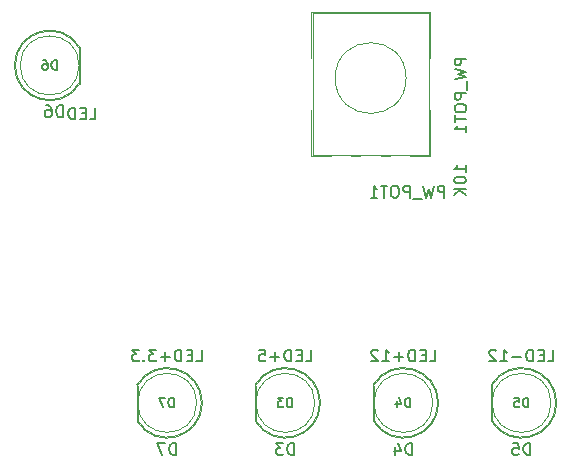
<source format=gbr>
%TF.GenerationSoftware,KiCad,Pcbnew,(5.1.7)-1*%
%TF.CreationDate,2023-03-07T08:06:47+00:00*%
%TF.ProjectId,KOSMO-POLY6-PICO-DCO-MB,4b4f534d-4f2d-4504-9f4c-59362d504943,v0.1.1*%
%TF.SameCoordinates,Original*%
%TF.FileFunction,Legend,Bot*%
%TF.FilePolarity,Positive*%
%FSLAX46Y46*%
G04 Gerber Fmt 4.6, Leading zero omitted, Abs format (unit mm)*
G04 Created by KiCad (PCBNEW (5.1.7)-1) date 2023-03-07 08:06:47*
%MOMM*%
%LPD*%
G01*
G04 APERTURE LIST*
%ADD10C,0.100000*%
%ADD11C,0.120000*%
%ADD12C,0.150000*%
%ADD13C,0.200000*%
G04 APERTURE END LIST*
D10*
%TO.C,D7*%
X75770000Y-189000000D02*
G75*
G03*
X75770000Y-189000000I-2500000J0D01*
G01*
D11*
X75770000Y-189000000D02*
G75*
G03*
X75770000Y-189000000I-2500000J0D01*
G01*
D10*
X70770000Y-190469694D02*
X70770000Y-187530306D01*
D11*
X70710000Y-190545000D02*
X70710000Y-187455000D01*
X76260000Y-189000462D02*
G75*
G03*
X70710000Y-187455170I-2990000J462D01*
G01*
X76260000Y-188999538D02*
G75*
G02*
X70710000Y-190544830I-2990000J-462D01*
G01*
D10*
X70769984Y-187530334D02*
G75*
G02*
X70770000Y-190469694I2500016J-1469666D01*
G01*
%TO.C,D6*%
X65820000Y-160430000D02*
G75*
G03*
X65820000Y-160430000I-2500000J0D01*
G01*
D11*
X65820000Y-160430000D02*
G75*
G03*
X65820000Y-160430000I-2500000J0D01*
G01*
D10*
X65820000Y-158960306D02*
X65820000Y-161899694D01*
D11*
X65880000Y-158885000D02*
X65880000Y-161975000D01*
X60330000Y-160429538D02*
G75*
G03*
X65880000Y-161974830I2990000J-462D01*
G01*
X60330000Y-160430462D02*
G75*
G02*
X65880000Y-158885170I2990000J462D01*
G01*
D10*
X65820016Y-161899666D02*
G75*
G02*
X65820000Y-158960306I-2500016J1469666D01*
G01*
D11*
%TO.C,D5*%
X100710000Y-190545000D02*
X100710000Y-187455000D01*
D10*
X100770000Y-190469694D02*
X100770000Y-187530306D01*
D11*
X105770000Y-189000000D02*
G75*
G03*
X105770000Y-189000000I-2500000J0D01*
G01*
D10*
X105770000Y-189000000D02*
G75*
G03*
X105770000Y-189000000I-2500000J0D01*
G01*
D11*
X106260000Y-189000462D02*
G75*
G03*
X100710000Y-187455170I-2990000J462D01*
G01*
X106260000Y-188999538D02*
G75*
G02*
X100710000Y-190544830I-2990000J-462D01*
G01*
D10*
X100769984Y-187530334D02*
G75*
G02*
X100770000Y-190469694I2500016J-1469666D01*
G01*
D11*
%TO.C,D4*%
X90710000Y-190545000D02*
X90710000Y-187455000D01*
D10*
X90770000Y-190469694D02*
X90770000Y-187530306D01*
D11*
X95770000Y-189000000D02*
G75*
G03*
X95770000Y-189000000I-2500000J0D01*
G01*
D10*
X95770000Y-189000000D02*
G75*
G03*
X95770000Y-189000000I-2500000J0D01*
G01*
D11*
X96260000Y-189000462D02*
G75*
G03*
X90710000Y-187455170I-2990000J462D01*
G01*
X96260000Y-188999538D02*
G75*
G02*
X90710000Y-190544830I-2990000J-462D01*
G01*
D10*
X90769984Y-187530334D02*
G75*
G02*
X90770000Y-190469694I2500016J-1469666D01*
G01*
D11*
%TO.C,PW_POT1*%
X95521000Y-155880000D02*
X85480000Y-155880000D01*
X87130000Y-168120000D02*
X85480000Y-168120000D01*
X89629000Y-168120000D02*
X88870000Y-168120000D01*
X92129000Y-168120000D02*
X91370000Y-168120000D01*
X95521000Y-168120000D02*
X93871000Y-168120000D01*
X85480000Y-159816000D02*
X85480000Y-155880000D01*
X85480000Y-168120000D02*
X85480000Y-164183000D01*
X95521000Y-159816000D02*
X95521000Y-155880000D01*
X95521000Y-168120000D02*
X95521000Y-164183000D01*
D10*
X95400000Y-156000000D02*
X95400000Y-168000000D01*
X85600000Y-156000000D02*
X95400000Y-156000000D01*
X85600000Y-168000000D02*
X85600000Y-156000000D01*
X95400000Y-168000000D02*
X85600000Y-168000000D01*
X93500000Y-161500000D02*
G75*
G03*
X93500000Y-161500000I-3000000J0D01*
G01*
%TO.C,D3*%
X85770000Y-189000000D02*
G75*
G03*
X85770000Y-189000000I-2500000J0D01*
G01*
D11*
X85770000Y-189000000D02*
G75*
G03*
X85770000Y-189000000I-2500000J0D01*
G01*
D10*
X80770000Y-190469694D02*
X80770000Y-187530306D01*
D11*
X80710000Y-190545000D02*
X80710000Y-187455000D01*
X86260000Y-189000462D02*
G75*
G03*
X80710000Y-187455170I-2990000J462D01*
G01*
X86260000Y-188999538D02*
G75*
G02*
X80710000Y-190544830I-2990000J-462D01*
G01*
D10*
X80769984Y-187530334D02*
G75*
G02*
X80770000Y-190469694I2500016J-1469666D01*
G01*
%TO.C,D7*%
D12*
X74008095Y-193412380D02*
X74008095Y-192412380D01*
X73770000Y-192412380D01*
X73627142Y-192460000D01*
X73531904Y-192555238D01*
X73484285Y-192650476D01*
X73436666Y-192840952D01*
X73436666Y-192983809D01*
X73484285Y-193174285D01*
X73531904Y-193269523D01*
X73627142Y-193364761D01*
X73770000Y-193412380D01*
X74008095Y-193412380D01*
X73103333Y-192412380D02*
X72436666Y-192412380D01*
X72865238Y-193412380D01*
X75722380Y-185492380D02*
X76198571Y-185492380D01*
X76198571Y-184492380D01*
X75389047Y-184968571D02*
X75055714Y-184968571D01*
X74912857Y-185492380D02*
X75389047Y-185492380D01*
X75389047Y-184492380D01*
X74912857Y-184492380D01*
X74484285Y-185492380D02*
X74484285Y-184492380D01*
X74246190Y-184492380D01*
X74103333Y-184540000D01*
X74008095Y-184635238D01*
X73960476Y-184730476D01*
X73912857Y-184920952D01*
X73912857Y-185063809D01*
X73960476Y-185254285D01*
X74008095Y-185349523D01*
X74103333Y-185444761D01*
X74246190Y-185492380D01*
X74484285Y-185492380D01*
X73484285Y-185111428D02*
X72722380Y-185111428D01*
X73103333Y-185492380D02*
X73103333Y-184730476D01*
X72341428Y-184492380D02*
X71722380Y-184492380D01*
X72055714Y-184873333D01*
X71912857Y-184873333D01*
X71817619Y-184920952D01*
X71770000Y-184968571D01*
X71722380Y-185063809D01*
X71722380Y-185301904D01*
X71770000Y-185397142D01*
X71817619Y-185444761D01*
X71912857Y-185492380D01*
X72198571Y-185492380D01*
X72293809Y-185444761D01*
X72341428Y-185397142D01*
X71293809Y-185397142D02*
X71246190Y-185444761D01*
X71293809Y-185492380D01*
X71341428Y-185444761D01*
X71293809Y-185397142D01*
X71293809Y-185492380D01*
X70912857Y-184492380D02*
X70293809Y-184492380D01*
X70627142Y-184873333D01*
X70484285Y-184873333D01*
X70389047Y-184920952D01*
X70341428Y-184968571D01*
X70293809Y-185063809D01*
X70293809Y-185301904D01*
X70341428Y-185397142D01*
X70389047Y-185444761D01*
X70484285Y-185492380D01*
X70770000Y-185492380D01*
X70865238Y-185444761D01*
X70912857Y-185397142D01*
D13*
X73840476Y-189361904D02*
X73840476Y-188561904D01*
X73650000Y-188561904D01*
X73535714Y-188600000D01*
X73459523Y-188676190D01*
X73421428Y-188752380D01*
X73383333Y-188904761D01*
X73383333Y-189019047D01*
X73421428Y-189171428D01*
X73459523Y-189247619D01*
X73535714Y-189323809D01*
X73650000Y-189361904D01*
X73840476Y-189361904D01*
X73116666Y-188561904D02*
X72583333Y-188561904D01*
X72926190Y-189361904D01*
%TO.C,D6*%
D12*
X64433095Y-164810380D02*
X64433095Y-163810380D01*
X64195000Y-163810380D01*
X64052142Y-163858000D01*
X63956904Y-163953238D01*
X63909285Y-164048476D01*
X63861666Y-164238952D01*
X63861666Y-164381809D01*
X63909285Y-164572285D01*
X63956904Y-164667523D01*
X64052142Y-164762761D01*
X64195000Y-164810380D01*
X64433095Y-164810380D01*
X63004523Y-163810380D02*
X63195000Y-163810380D01*
X63290238Y-163858000D01*
X63337857Y-163905619D01*
X63433095Y-164048476D01*
X63480714Y-164238952D01*
X63480714Y-164619904D01*
X63433095Y-164715142D01*
X63385476Y-164762761D01*
X63290238Y-164810380D01*
X63099761Y-164810380D01*
X63004523Y-164762761D01*
X62956904Y-164715142D01*
X62909285Y-164619904D01*
X62909285Y-164381809D01*
X62956904Y-164286571D01*
X63004523Y-164238952D01*
X63099761Y-164191333D01*
X63290238Y-164191333D01*
X63385476Y-164238952D01*
X63433095Y-164286571D01*
X63480714Y-164381809D01*
X66722857Y-164999380D02*
X67199047Y-164999380D01*
X67199047Y-163999380D01*
X66389523Y-164475571D02*
X66056190Y-164475571D01*
X65913333Y-164999380D02*
X66389523Y-164999380D01*
X66389523Y-163999380D01*
X65913333Y-163999380D01*
X65484761Y-164999380D02*
X65484761Y-163999380D01*
X65246666Y-163999380D01*
X65103809Y-164047000D01*
X65008571Y-164142238D01*
X64960952Y-164237476D01*
X64913333Y-164427952D01*
X64913333Y-164570809D01*
X64960952Y-164761285D01*
X65008571Y-164856523D01*
X65103809Y-164951761D01*
X65246666Y-164999380D01*
X65484761Y-164999380D01*
D13*
X63930476Y-160791904D02*
X63930476Y-159991904D01*
X63740000Y-159991904D01*
X63625714Y-160030000D01*
X63549523Y-160106190D01*
X63511428Y-160182380D01*
X63473333Y-160334761D01*
X63473333Y-160449047D01*
X63511428Y-160601428D01*
X63549523Y-160677619D01*
X63625714Y-160753809D01*
X63740000Y-160791904D01*
X63930476Y-160791904D01*
X62787619Y-159991904D02*
X62940000Y-159991904D01*
X63016190Y-160030000D01*
X63054285Y-160068095D01*
X63130476Y-160182380D01*
X63168571Y-160334761D01*
X63168571Y-160639523D01*
X63130476Y-160715714D01*
X63092380Y-160753809D01*
X63016190Y-160791904D01*
X62863809Y-160791904D01*
X62787619Y-160753809D01*
X62749523Y-160715714D01*
X62711428Y-160639523D01*
X62711428Y-160449047D01*
X62749523Y-160372857D01*
X62787619Y-160334761D01*
X62863809Y-160296666D01*
X63016190Y-160296666D01*
X63092380Y-160334761D01*
X63130476Y-160372857D01*
X63168571Y-160449047D01*
%TO.C,D5*%
D12*
X104008095Y-193412380D02*
X104008095Y-192412380D01*
X103770000Y-192412380D01*
X103627142Y-192460000D01*
X103531904Y-192555238D01*
X103484285Y-192650476D01*
X103436666Y-192840952D01*
X103436666Y-192983809D01*
X103484285Y-193174285D01*
X103531904Y-193269523D01*
X103627142Y-193364761D01*
X103770000Y-193412380D01*
X104008095Y-193412380D01*
X102531904Y-192412380D02*
X103008095Y-192412380D01*
X103055714Y-192888571D01*
X103008095Y-192840952D01*
X102912857Y-192793333D01*
X102674761Y-192793333D01*
X102579523Y-192840952D01*
X102531904Y-192888571D01*
X102484285Y-192983809D01*
X102484285Y-193221904D01*
X102531904Y-193317142D01*
X102579523Y-193364761D01*
X102674761Y-193412380D01*
X102912857Y-193412380D01*
X103008095Y-193364761D01*
X103055714Y-193317142D01*
X105484285Y-185492380D02*
X105960476Y-185492380D01*
X105960476Y-184492380D01*
X105150952Y-184968571D02*
X104817619Y-184968571D01*
X104674761Y-185492380D02*
X105150952Y-185492380D01*
X105150952Y-184492380D01*
X104674761Y-184492380D01*
X104246190Y-185492380D02*
X104246190Y-184492380D01*
X104008095Y-184492380D01*
X103865238Y-184540000D01*
X103770000Y-184635238D01*
X103722380Y-184730476D01*
X103674761Y-184920952D01*
X103674761Y-185063809D01*
X103722380Y-185254285D01*
X103770000Y-185349523D01*
X103865238Y-185444761D01*
X104008095Y-185492380D01*
X104246190Y-185492380D01*
X103246190Y-185111428D02*
X102484285Y-185111428D01*
X101484285Y-185492380D02*
X102055714Y-185492380D01*
X101770000Y-185492380D02*
X101770000Y-184492380D01*
X101865238Y-184635238D01*
X101960476Y-184730476D01*
X102055714Y-184778095D01*
X101103333Y-184587619D02*
X101055714Y-184540000D01*
X100960476Y-184492380D01*
X100722380Y-184492380D01*
X100627142Y-184540000D01*
X100579523Y-184587619D01*
X100531904Y-184682857D01*
X100531904Y-184778095D01*
X100579523Y-184920952D01*
X101150952Y-185492380D01*
X100531904Y-185492380D01*
D13*
X103840476Y-189361904D02*
X103840476Y-188561904D01*
X103650000Y-188561904D01*
X103535714Y-188600000D01*
X103459523Y-188676190D01*
X103421428Y-188752380D01*
X103383333Y-188904761D01*
X103383333Y-189019047D01*
X103421428Y-189171428D01*
X103459523Y-189247619D01*
X103535714Y-189323809D01*
X103650000Y-189361904D01*
X103840476Y-189361904D01*
X102659523Y-188561904D02*
X103040476Y-188561904D01*
X103078571Y-188942857D01*
X103040476Y-188904761D01*
X102964285Y-188866666D01*
X102773809Y-188866666D01*
X102697619Y-188904761D01*
X102659523Y-188942857D01*
X102621428Y-189019047D01*
X102621428Y-189209523D01*
X102659523Y-189285714D01*
X102697619Y-189323809D01*
X102773809Y-189361904D01*
X102964285Y-189361904D01*
X103040476Y-189323809D01*
X103078571Y-189285714D01*
%TO.C,D4*%
D12*
X94008095Y-193412380D02*
X94008095Y-192412380D01*
X93770000Y-192412380D01*
X93627142Y-192460000D01*
X93531904Y-192555238D01*
X93484285Y-192650476D01*
X93436666Y-192840952D01*
X93436666Y-192983809D01*
X93484285Y-193174285D01*
X93531904Y-193269523D01*
X93627142Y-193364761D01*
X93770000Y-193412380D01*
X94008095Y-193412380D01*
X92579523Y-192745714D02*
X92579523Y-193412380D01*
X92817619Y-192364761D02*
X93055714Y-193079047D01*
X92436666Y-193079047D01*
X95484285Y-185492380D02*
X95960476Y-185492380D01*
X95960476Y-184492380D01*
X95150952Y-184968571D02*
X94817619Y-184968571D01*
X94674761Y-185492380D02*
X95150952Y-185492380D01*
X95150952Y-184492380D01*
X94674761Y-184492380D01*
X94246190Y-185492380D02*
X94246190Y-184492380D01*
X94008095Y-184492380D01*
X93865238Y-184540000D01*
X93770000Y-184635238D01*
X93722380Y-184730476D01*
X93674761Y-184920952D01*
X93674761Y-185063809D01*
X93722380Y-185254285D01*
X93770000Y-185349523D01*
X93865238Y-185444761D01*
X94008095Y-185492380D01*
X94246190Y-185492380D01*
X93246190Y-185111428D02*
X92484285Y-185111428D01*
X92865238Y-185492380D02*
X92865238Y-184730476D01*
X91484285Y-185492380D02*
X92055714Y-185492380D01*
X91770000Y-185492380D02*
X91770000Y-184492380D01*
X91865238Y-184635238D01*
X91960476Y-184730476D01*
X92055714Y-184778095D01*
X91103333Y-184587619D02*
X91055714Y-184540000D01*
X90960476Y-184492380D01*
X90722380Y-184492380D01*
X90627142Y-184540000D01*
X90579523Y-184587619D01*
X90531904Y-184682857D01*
X90531904Y-184778095D01*
X90579523Y-184920952D01*
X91150952Y-185492380D01*
X90531904Y-185492380D01*
D13*
X93840476Y-189361904D02*
X93840476Y-188561904D01*
X93650000Y-188561904D01*
X93535714Y-188600000D01*
X93459523Y-188676190D01*
X93421428Y-188752380D01*
X93383333Y-188904761D01*
X93383333Y-189019047D01*
X93421428Y-189171428D01*
X93459523Y-189247619D01*
X93535714Y-189323809D01*
X93650000Y-189361904D01*
X93840476Y-189361904D01*
X92697619Y-188828571D02*
X92697619Y-189361904D01*
X92888095Y-188523809D02*
X93078571Y-189095238D01*
X92583333Y-189095238D01*
%TO.C,PW_POT1*%
D12*
X98602380Y-159854761D02*
X97602380Y-159854761D01*
X97602380Y-160235714D01*
X97650000Y-160330952D01*
X97697619Y-160378571D01*
X97792857Y-160426190D01*
X97935714Y-160426190D01*
X98030952Y-160378571D01*
X98078571Y-160330952D01*
X98126190Y-160235714D01*
X98126190Y-159854761D01*
X97602380Y-160759523D02*
X98602380Y-160997619D01*
X97888095Y-161188095D01*
X98602380Y-161378571D01*
X97602380Y-161616666D01*
X98697619Y-161759523D02*
X98697619Y-162521428D01*
X98602380Y-162759523D02*
X97602380Y-162759523D01*
X97602380Y-163140476D01*
X97650000Y-163235714D01*
X97697619Y-163283333D01*
X97792857Y-163330952D01*
X97935714Y-163330952D01*
X98030952Y-163283333D01*
X98078571Y-163235714D01*
X98126190Y-163140476D01*
X98126190Y-162759523D01*
X97602380Y-163950000D02*
X97602380Y-164140476D01*
X97650000Y-164235714D01*
X97745238Y-164330952D01*
X97935714Y-164378571D01*
X98269047Y-164378571D01*
X98459523Y-164330952D01*
X98554761Y-164235714D01*
X98602380Y-164140476D01*
X98602380Y-163950000D01*
X98554761Y-163854761D01*
X98459523Y-163759523D01*
X98269047Y-163711904D01*
X97935714Y-163711904D01*
X97745238Y-163759523D01*
X97650000Y-163854761D01*
X97602380Y-163950000D01*
X97602380Y-164664285D02*
X97602380Y-165235714D01*
X98602380Y-164950000D02*
X97602380Y-164950000D01*
X98602380Y-166092857D02*
X98602380Y-165521428D01*
X98602380Y-165807142D02*
X97602380Y-165807142D01*
X97745238Y-165711904D01*
X97840476Y-165616666D01*
X97888095Y-165521428D01*
X98552380Y-169469523D02*
X98552380Y-168898095D01*
X98552380Y-169183809D02*
X97552380Y-169183809D01*
X97695238Y-169088571D01*
X97790476Y-168993333D01*
X97838095Y-168898095D01*
X97552380Y-170088571D02*
X97552380Y-170183809D01*
X97600000Y-170279047D01*
X97647619Y-170326666D01*
X97742857Y-170374285D01*
X97933333Y-170421904D01*
X98171428Y-170421904D01*
X98361904Y-170374285D01*
X98457142Y-170326666D01*
X98504761Y-170279047D01*
X98552380Y-170183809D01*
X98552380Y-170088571D01*
X98504761Y-169993333D01*
X98457142Y-169945714D01*
X98361904Y-169898095D01*
X98171428Y-169850476D01*
X97933333Y-169850476D01*
X97742857Y-169898095D01*
X97647619Y-169945714D01*
X97600000Y-169993333D01*
X97552380Y-170088571D01*
X98552380Y-170850476D02*
X97552380Y-170850476D01*
X98552380Y-171421904D02*
X97980952Y-170993333D01*
X97552380Y-171421904D02*
X98123809Y-170850476D01*
X96735238Y-171612380D02*
X96735238Y-170612380D01*
X96354285Y-170612380D01*
X96259047Y-170660000D01*
X96211428Y-170707619D01*
X96163809Y-170802857D01*
X96163809Y-170945714D01*
X96211428Y-171040952D01*
X96259047Y-171088571D01*
X96354285Y-171136190D01*
X96735238Y-171136190D01*
X95830476Y-170612380D02*
X95592380Y-171612380D01*
X95401904Y-170898095D01*
X95211428Y-171612380D01*
X94973333Y-170612380D01*
X94830476Y-171707619D02*
X94068571Y-171707619D01*
X93830476Y-171612380D02*
X93830476Y-170612380D01*
X93449523Y-170612380D01*
X93354285Y-170660000D01*
X93306666Y-170707619D01*
X93259047Y-170802857D01*
X93259047Y-170945714D01*
X93306666Y-171040952D01*
X93354285Y-171088571D01*
X93449523Y-171136190D01*
X93830476Y-171136190D01*
X92640000Y-170612380D02*
X92449523Y-170612380D01*
X92354285Y-170660000D01*
X92259047Y-170755238D01*
X92211428Y-170945714D01*
X92211428Y-171279047D01*
X92259047Y-171469523D01*
X92354285Y-171564761D01*
X92449523Y-171612380D01*
X92640000Y-171612380D01*
X92735238Y-171564761D01*
X92830476Y-171469523D01*
X92878095Y-171279047D01*
X92878095Y-170945714D01*
X92830476Y-170755238D01*
X92735238Y-170660000D01*
X92640000Y-170612380D01*
X91925714Y-170612380D02*
X91354285Y-170612380D01*
X91640000Y-171612380D02*
X91640000Y-170612380D01*
X90497142Y-171612380D02*
X91068571Y-171612380D01*
X90782857Y-171612380D02*
X90782857Y-170612380D01*
X90878095Y-170755238D01*
X90973333Y-170850476D01*
X91068571Y-170898095D01*
%TO.C,D3*%
X84008095Y-193412380D02*
X84008095Y-192412380D01*
X83770000Y-192412380D01*
X83627142Y-192460000D01*
X83531904Y-192555238D01*
X83484285Y-192650476D01*
X83436666Y-192840952D01*
X83436666Y-192983809D01*
X83484285Y-193174285D01*
X83531904Y-193269523D01*
X83627142Y-193364761D01*
X83770000Y-193412380D01*
X84008095Y-193412380D01*
X83103333Y-192412380D02*
X82484285Y-192412380D01*
X82817619Y-192793333D01*
X82674761Y-192793333D01*
X82579523Y-192840952D01*
X82531904Y-192888571D01*
X82484285Y-192983809D01*
X82484285Y-193221904D01*
X82531904Y-193317142D01*
X82579523Y-193364761D01*
X82674761Y-193412380D01*
X82960476Y-193412380D01*
X83055714Y-193364761D01*
X83103333Y-193317142D01*
X85008095Y-185492380D02*
X85484285Y-185492380D01*
X85484285Y-184492380D01*
X84674761Y-184968571D02*
X84341428Y-184968571D01*
X84198571Y-185492380D02*
X84674761Y-185492380D01*
X84674761Y-184492380D01*
X84198571Y-184492380D01*
X83770000Y-185492380D02*
X83770000Y-184492380D01*
X83531904Y-184492380D01*
X83389047Y-184540000D01*
X83293809Y-184635238D01*
X83246190Y-184730476D01*
X83198571Y-184920952D01*
X83198571Y-185063809D01*
X83246190Y-185254285D01*
X83293809Y-185349523D01*
X83389047Y-185444761D01*
X83531904Y-185492380D01*
X83770000Y-185492380D01*
X82770000Y-185111428D02*
X82008095Y-185111428D01*
X82389047Y-185492380D02*
X82389047Y-184730476D01*
X81055714Y-184492380D02*
X81531904Y-184492380D01*
X81579523Y-184968571D01*
X81531904Y-184920952D01*
X81436666Y-184873333D01*
X81198571Y-184873333D01*
X81103333Y-184920952D01*
X81055714Y-184968571D01*
X81008095Y-185063809D01*
X81008095Y-185301904D01*
X81055714Y-185397142D01*
X81103333Y-185444761D01*
X81198571Y-185492380D01*
X81436666Y-185492380D01*
X81531904Y-185444761D01*
X81579523Y-185397142D01*
D13*
X83840476Y-189361904D02*
X83840476Y-188561904D01*
X83650000Y-188561904D01*
X83535714Y-188600000D01*
X83459523Y-188676190D01*
X83421428Y-188752380D01*
X83383333Y-188904761D01*
X83383333Y-189019047D01*
X83421428Y-189171428D01*
X83459523Y-189247619D01*
X83535714Y-189323809D01*
X83650000Y-189361904D01*
X83840476Y-189361904D01*
X83116666Y-188561904D02*
X82621428Y-188561904D01*
X82888095Y-188866666D01*
X82773809Y-188866666D01*
X82697619Y-188904761D01*
X82659523Y-188942857D01*
X82621428Y-189019047D01*
X82621428Y-189209523D01*
X82659523Y-189285714D01*
X82697619Y-189323809D01*
X82773809Y-189361904D01*
X83002380Y-189361904D01*
X83078571Y-189323809D01*
X83116666Y-189285714D01*
%TD*%
M02*

</source>
